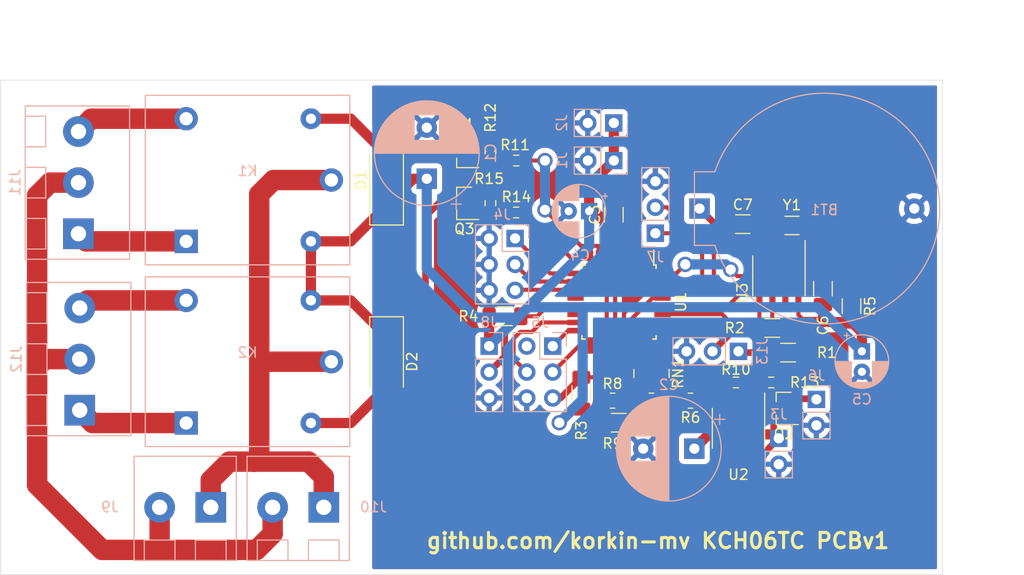
<source format=kicad_pcb>
(kicad_pcb (version 20171130) (host pcbnew 5.1.8)
  (layers (0 F.Cu signal) (31 B.Cu signal) (34 B.Paste user hide) (35 F.Paste user hide) (36 B.SilkS user) (37 F.SilkS user) (38 B.Mask user hide) (39 F.Mask user hide) (44 Edge.Cuts user))
  (net 0 "")
  (net 1 +BATT)
  (net 2 GND)
  (net 3 +5V)
  (net 4 +12V)
  (net 5 "Net-(D1-Pad2)")
  (net 6 "Net-(D2-Pad2)")
  (net 7 FORCE1)
  (net 8 FORCE0)
  (net 9 ENABLE)
  (net 10 RESET)
  (net 11 MOSI)
  (net 12 SCK)
  (net 13 MISO)
  (net 14 FUN)
  (net 15 MCU_RXD)
  (net 16 MCU_TXD)
  (net 17 ONE_WIRE)
  (net 18 220V_N)
  (net 19 220V_PHASE)
  (net 20 "Net-(J11-Pad3)")
  (net 21 "Net-(J11-Pad1)")
  (net 22 "Net-(J12-Pad3)")
  (net 23 "Net-(J12-Pad1)")
  (net 24 SDA)
  (net 25 SCL)
  (net 26 "Net-(Q1-Pad1)")
  (net 27 "Net-(Q2-Pad1)")
  (net 28 "Net-(Q3-Pad1)")
  (net 29 SQW)
  (net 30 "Net-(R6-Pad2)")
  (net 31 DAC)
  (net 32 "Net-(R7-Pad2)")
  (net 33 "Net-(R8-Pad2)")
  (net 34 "Net-(R10-Pad1)")
  (net 35 RELAY0)
  (net 36 RELAY1)
  (net 37 DAC0)
  (net 38 DAC3)
  (net 39 DAC1)
  (net 40 DAC2)
  (net 41 "Net-(J5-Pad2)")
  (net 42 "Net-(U1-Pad19)")
  (net 43 "Net-(U1-Pad14)")
  (net 44 "Net-(U1-Pad12)")
  (net 45 "Net-(U1-Pad2)")
  (net 46 "Net-(U1-Pad1)")
  (net 47 "Net-(U2-Pad7)")
  (net 48 "Net-(U2-Pad6)")
  (net 49 "Net-(U2-Pad5)")
  (net 50 /X-)
  (net 51 /X+)
  (module terrarium_control:batt_holder (layer B.Cu) (at 146.439 58.42)
    (fp_text reference BT1 (at -0.008 0.127) (layer B.SilkS) (effects (justify mirror)))
    (fp_text value CR2032)
    (pad 2 thru_hole circle (at 8.8 0) (size 2 2) (drill 1) (layers *.Cu *.Mask) (net 2 GND))
    (pad 1 thru_hole rect (at -12.2 0) (size 2 2) (drill 1) (layers *.Cu *.Mask) (net 1 +BATT))
  )
  (module terrarium_control:FC-135 (layer F.Cu) (at 143.276 60.071 180)
    (fp_text reference Y1 (at 0 2) (layer F.SilkS))
    (fp_text value 32768Hz)
    (pad 2 smd rect (at 1.25 0 180) (size 1 1.8) (layers F.Cu F.Paste F.Mask) (net 50 /X-))
    (pad 1 smd rect (at -1.25 0 180) (size 1 1.8) (layers F.Cu F.Paste F.Mask) (net 51 /X+))
  )
  (module Package_SO:SOIC-8_3.9x4.9mm_P1.27mm (layer F.Cu) (at 142 65 270)
    (fp_text reference U3 (at 1.675 3.57 90) (layer F.SilkS))
    (fp_text value DS1307Z+)
    (pad 8 smd roundrect (at 2.475 -1.905 270) (size 1.95 0.6) (layers F.Cu F.Paste F.Mask) (net 3 +5V))
    (pad 7 smd roundrect (at 2.475 -0.635 270) (size 1.95 0.6) (layers F.Cu F.Paste F.Mask) (net 29 SQW))
    (pad 6 smd roundrect (at 2.475 0.635 270) (size 1.95 0.6) (layers F.Cu F.Paste F.Mask) (net 25 SCL))
    (pad 5 smd roundrect (at 2.475 1.905 270) (size 1.95 0.6) (layers F.Cu F.Paste F.Mask) (net 24 SDA))
    (pad 4 smd roundrect (at -2.475 1.905 270) (size 1.95 0.6) (layers F.Cu F.Paste F.Mask) (net 2 GND))
    (pad 3 smd roundrect (at -2.475 0.635 270) (size 1.95 0.6) (layers F.Cu F.Paste F.Mask) (net 1 +BATT))
    (pad 2 smd roundrect (at -2.475 -0.635 270) (size 1.95 0.6) (layers F.Cu F.Paste F.Mask) (net 50 /X-))
    (pad 1 smd roundrect (at -2.475 -1.905 270) (size 1.95 0.6) (layers F.Cu F.Paste F.Mask) (net 51 /X+))
  )
  (module Package_SO:SO-8_3.9x4.9mm_P1.27mm (layer F.Cu) (at 138.049 79.918 270)
    (fp_text reference U2 (at 4.537 0 180) (layer F.SilkS))
    (fp_text value LM358)
    (pad 8 smd roundrect (at 2.575 -1.905 270) (size 1.75 0.6) (layers F.Cu F.Paste F.Mask) (net 4 +12V))
    (pad 7 smd roundrect (at 2.575 -0.635 270) (size 1.75 0.6) (layers F.Cu F.Paste F.Mask) (net 47 "Net-(U2-Pad7)"))
    (pad 6 smd roundrect (at 2.575 0.635 270) (size 1.75 0.6) (layers F.Cu F.Paste F.Mask) (net 48 "Net-(U2-Pad6)"))
    (pad 5 smd roundrect (at 2.575 1.905 270) (size 1.75 0.6) (layers F.Cu F.Paste F.Mask) (net 49 "Net-(U2-Pad5)"))
    (pad 4 smd roundrect (at -2.575 1.905 270) (size 1.75 0.6) (layers F.Cu F.Paste F.Mask) (net 2 GND))
    (pad 3 smd roundrect (at -2.575 0.635 270) (size 1.75 0.6) (layers F.Cu F.Paste F.Mask) (net 31 DAC))
    (pad 2 smd roundrect (at -2.575 -0.635 270) (size 1.75 0.6) (layers F.Cu F.Paste F.Mask) (net 34 "Net-(R10-Pad1)"))
    (pad 1 smd roundrect (at -2.575 -1.905 270) (size 1.75 0.6) (layers F.Cu F.Paste F.Mask) (net 27 "Net-(Q2-Pad1)"))
  )
  (module Package_QFP:TQFP-32_7x7mm_P0.8mm (layer F.Cu) (at 126.365 67.564 270)
    (fp_text reference U1 (at 0 -6.05 90) (layer F.SilkS))
    (fp_text value ATmega88PA-AU)
    (pad 32 smd rect (at -2.8 -4.25) (size 1.6 0.55) (layers F.Cu F.Paste F.Mask) (net 29 SQW))
    (pad 31 smd rect (at -2 -4.25) (size 1.6 0.55) (layers F.Cu F.Paste F.Mask) (net 16 MCU_TXD))
    (pad 30 smd rect (at -1.2 -4.25) (size 1.6 0.55) (layers F.Cu F.Paste F.Mask) (net 15 MCU_RXD))
    (pad 29 smd rect (at -0.4 -4.25) (size 1.6 0.55) (layers F.Cu F.Paste F.Mask) (net 10 RESET))
    (pad 28 smd rect (at 0.4 -4.25) (size 1.6 0.55) (layers F.Cu F.Paste F.Mask) (net 25 SCL))
    (pad 27 smd rect (at 1.2 -4.25) (size 1.6 0.55) (layers F.Cu F.Paste F.Mask) (net 24 SDA))
    (pad 26 smd rect (at 2 -4.25) (size 1.6 0.55) (layers F.Cu F.Paste F.Mask) (net 38 DAC3))
    (pad 25 smd rect (at 2.8 -4.25) (size 1.6 0.55) (layers F.Cu F.Paste F.Mask) (net 40 DAC2))
    (pad 24 smd rect (at 4.25 -2.8 270) (size 1.6 0.55) (layers F.Cu F.Paste F.Mask) (net 39 DAC1))
    (pad 23 smd rect (at 4.25 -2 270) (size 1.6 0.55) (layers F.Cu F.Paste F.Mask) (net 37 DAC0))
    (pad 22 smd rect (at 4.25 -1.2 270) (size 1.6 0.55) (layers F.Cu F.Paste F.Mask) (net 10 RESET))
    (pad 21 smd rect (at 4.25 -0.4 270) (size 1.6 0.55) (layers F.Cu F.Paste F.Mask) (net 2 GND))
    (pad 20 smd rect (at 4.25 0.4 270) (size 1.6 0.55) (layers F.Cu F.Paste F.Mask) (net 3 +5V))
    (pad 19 smd rect (at 4.25 1.2 270) (size 1.6 0.55) (layers F.Cu F.Paste F.Mask) (net 42 "Net-(U1-Pad19)"))
    (pad 18 smd rect (at 4.25 2 270) (size 1.6 0.55) (layers F.Cu F.Paste F.Mask) (net 3 +5V))
    (pad 17 smd rect (at 4.25 2.8 270) (size 1.6 0.55) (layers F.Cu F.Paste F.Mask) (net 12 SCK))
    (pad 16 smd rect (at 2.8 4.25) (size 1.6 0.55) (layers F.Cu F.Paste F.Mask) (net 13 MISO))
    (pad 15 smd rect (at 2 4.25) (size 1.6 0.55) (layers F.Cu F.Paste F.Mask) (net 11 MOSI))
    (pad 14 smd rect (at 1.2 4.25) (size 1.6 0.55) (layers F.Cu F.Paste F.Mask) (net 43 "Net-(U1-Pad14)"))
    (pad 13 smd rect (at 0.4 4.25) (size 1.6 0.55) (layers F.Cu F.Paste F.Mask) (net 17 ONE_WIRE))
    (pad 12 smd rect (at -0.4 4.25) (size 1.6 0.55) (layers F.Cu F.Paste F.Mask) (net 44 "Net-(U1-Pad12)"))
    (pad 11 smd rect (at -1.2 4.25) (size 1.6 0.55) (layers F.Cu F.Paste F.Mask) (net 7 FORCE1))
    (pad 10 smd rect (at -2 4.25) (size 1.6 0.55) (layers F.Cu F.Paste F.Mask) (net 8 FORCE0))
    (pad 9 smd rect (at -2.8 4.25) (size 1.6 0.55) (layers F.Cu F.Paste F.Mask) (net 9 ENABLE))
    (pad 8 smd rect (at -4.25 2.8 270) (size 1.6 0.55) (layers F.Cu F.Paste F.Mask) (net 36 RELAY1))
    (pad 7 smd rect (at -4.25 2 270) (size 1.6 0.55) (layers F.Cu F.Paste F.Mask) (net 35 RELAY0))
    (pad 6 smd rect (at -4.25 1.2 270) (size 1.6 0.55) (layers F.Cu F.Paste F.Mask) (net 3 +5V))
    (pad 5 smd rect (at -4.25 0.4 270) (size 1.6 0.55) (layers F.Cu F.Paste F.Mask) (net 2 GND))
    (pad 4 smd rect (at -4.25 -0.4 270) (size 1.6 0.55) (layers F.Cu F.Paste F.Mask) (net 3 +5V))
    (pad 3 smd rect (at -4.25 -1.2 270) (size 1.6 0.55) (layers F.Cu F.Paste F.Mask) (net 2 GND))
    (pad 2 smd rect (at -4.25 -2 270) (size 1.6 0.55) (layers F.Cu F.Paste F.Mask) (net 45 "Net-(U1-Pad2)"))
    (pad 1 smd rect (at -4.25 -2.8 270) (size 1.6 0.55) (layers F.Cu F.Paste F.Mask) (net 46 "Net-(U1-Pad1)"))
  )
  (module Resistor_SMD:R_Array_Concave_4x0603 (layer F.Cu) (at 129.54 74.549 270)
    (fp_text reference RN1 (at 0 -2.6 90) (layer F.SilkS))
    (fp_text value 4.7k)
    (pad 5 smd rect (at 0.85 1.2 270) (size 0.9 0.4) (layers F.Cu F.Paste F.Mask) (net 33 "Net-(R8-Pad2)"))
    (pad 6 smd rect (at 0.85 0.4 270) (size 0.9 0.4) (layers F.Cu F.Paste F.Mask) (net 32 "Net-(R7-Pad2)"))
    (pad 7 smd rect (at 0.85 -0.4 270) (size 0.9 0.4) (layers F.Cu F.Paste F.Mask) (net 30 "Net-(R6-Pad2)"))
    (pad 8 smd rect (at 0.85 -1.2 270) (size 0.9 0.4) (layers F.Cu F.Paste F.Mask) (net 31 DAC))
    (pad 4 smd rect (at -0.85 1.2 270) (size 0.9 0.4) (layers F.Cu F.Paste F.Mask) (net 37 DAC0))
    (pad 1 smd rect (at -0.85 -1.2 270) (size 0.9 0.4) (layers F.Cu F.Paste F.Mask) (net 38 DAC3))
    (pad 3 smd rect (at -0.85 0.4 270) (size 0.9 0.4) (layers F.Cu F.Paste F.Mask) (net 39 DAC1))
    (pad 2 smd rect (at -0.85 -0.4 270) (size 0.9 0.4) (layers F.Cu F.Paste F.Mask) (net 40 DAC2))
  )
  (module Resistor_SMD:R_0603_1608Metric_Pad0.98x0.95mm_HandSolder (layer F.Cu) (at 113.792 57.8885 270)
    (fp_text reference R15 (at -2.3895 0.127 180) (layer F.SilkS))
    (fp_text value 9.1k)
    (pad 2 smd roundrect (at 0.9125 0 270) (size 0.975 0.95) (layers F.Cu F.Paste F.Mask) (net 28 "Net-(Q3-Pad1)"))
    (pad 1 smd roundrect (at -0.9125 0 270) (size 0.975 0.95) (layers F.Cu F.Paste F.Mask) (net 2 GND))
  )
  (module Resistor_SMD:R_0603_1608Metric_Pad0.98x0.95mm_HandSolder (layer F.Cu) (at 116.3085 58.801 180)
    (fp_text reference R14 (at -0.0235 1.524) (layer F.SilkS))
    (fp_text value 910)
    (pad 2 smd roundrect (at 0.9125 0 180) (size 0.975 0.95) (layers F.Cu F.Paste F.Mask) (net 28 "Net-(Q3-Pad1)"))
    (pad 1 smd roundrect (at -0.9125 0 180) (size 0.975 0.95) (layers F.Cu F.Paste F.Mask) (net 36 RELAY1))
  )
  (module Resistor_SMD:R_0603_1608Metric_Pad0.98x0.95mm_HandSolder (layer F.Cu) (at 141.2475 75.438)
    (fp_text reference R13 (at 3.2785 0) (layer F.SilkS))
    (fp_text value 51k)
    (pad 2 smd roundrect (at 0.9125 0) (size 0.975 0.95) (layers F.Cu F.Paste F.Mask) (net 14 FUN))
    (pad 1 smd roundrect (at -0.9125 0) (size 0.975 0.95) (layers F.Cu F.Paste F.Mask) (net 34 "Net-(R10-Pad1)"))
  )
  (module Resistor_SMD:R_0603_1608Metric_Pad0.98x0.95mm_HandSolder (layer F.Cu) (at 113.792 52.8085 270)
    (fp_text reference R12 (at -3.2785 0 90) (layer F.SilkS))
    (fp_text value 9.1k)
    (pad 2 smd roundrect (at 0.9125 0 270) (size 0.975 0.95) (layers F.Cu F.Paste F.Mask) (net 26 "Net-(Q1-Pad1)"))
    (pad 1 smd roundrect (at -0.9125 0 270) (size 0.975 0.95) (layers F.Cu F.Paste F.Mask) (net 2 GND))
  )
  (module Resistor_SMD:R_0603_1608Metric_Pad0.98x0.95mm_HandSolder (layer F.Cu) (at 116.3085 53.721 180)
    (fp_text reference R11 (at 0.1035 1.524) (layer F.SilkS))
    (fp_text value 910)
    (pad 2 smd roundrect (at 0.9125 0 180) (size 0.975 0.95) (layers F.Cu F.Paste F.Mask) (net 26 "Net-(Q1-Pad1)"))
    (pad 1 smd roundrect (at -0.9125 0 180) (size 0.975 0.95) (layers F.Cu F.Paste F.Mask) (net 35 RELAY0))
  )
  (module Resistor_SMD:R_0603_1608Metric_Pad0.98x0.95mm_HandSolder (layer F.Cu) (at 137.795 75.438 180)
    (fp_text reference R10 (at 0 1.27) (layer F.SilkS))
    (fp_text value 33k)
    (pad 2 smd roundrect (at 0.9125 0 180) (size 0.975 0.95) (layers F.Cu F.Paste F.Mask) (net 2 GND))
    (pad 1 smd roundrect (at -0.9125 0 180) (size 0.975 0.95) (layers F.Cu F.Paste F.Mask) (net 34 "Net-(R10-Pad1)"))
  )
  (module Resistor_SMD:R_1206_3216Metric_Pad1.30x1.75mm_HandSolder (layer F.Cu) (at 126.339 79.375)
    (fp_text reference R9 (at -0.609 2.032) (layer F.SilkS))
    (fp_text value 4.7k)
    (pad 2 smd roundrect (at 1.55 0) (size 1.3 1.75) (layers F.Cu F.Paste F.Mask) (roundrect_rratio 0.192308) (net 2 GND))
    (pad 1 smd roundrect (at -1.55 0) (size 1.3 1.75) (layers F.Cu F.Paste F.Mask) (roundrect_rratio 0.192308) (net 33 "Net-(R8-Pad2)"))
  )
  (module Resistor_SMD:R_0805_2012Metric_Pad1.20x1.40mm_HandSolder (layer F.Cu) (at 125.73 77.216 180)
    (fp_text reference R8 (at 0 1.651) (layer F.SilkS))
    (fp_text value 2.2k)
    (pad 2 smd roundrect (at 1 0 180) (size 1.2 1.4) (layers F.Cu F.Paste F.Mask) (roundrect_rratio 0.208333) (net 33 "Net-(R8-Pad2)"))
    (pad 1 smd roundrect (at -1 0 180) (size 1.2 1.4) (layers F.Cu F.Paste F.Mask) (roundrect_rratio 0.208333) (net 32 "Net-(R7-Pad2)"))
  )
  (module Resistor_SMD:R_0805_2012Metric_Pad1.20x1.40mm_HandSolder (layer F.Cu) (at 129.54 77.216 180)
    (fp_text reference R7 (at -0.635 -1.905) (layer F.SilkS))
    (fp_text value 2.2k)
    (pad 2 smd roundrect (at 1 0 180) (size 1.2 1.4) (layers F.Cu F.Paste F.Mask) (roundrect_rratio 0.208333) (net 32 "Net-(R7-Pad2)"))
    (pad 1 smd roundrect (at -1 0 180) (size 1.2 1.4) (layers F.Cu F.Paste F.Mask) (roundrect_rratio 0.208333) (net 30 "Net-(R6-Pad2)"))
  )
  (module Resistor_SMD:R_0805_2012Metric_Pad1.20x1.40mm_HandSolder (layer F.Cu) (at 133.35 77.216 180)
    (fp_text reference R6 (at 0 -1.65) (layer F.SilkS))
    (fp_text value 2.2k)
    (pad 2 smd roundrect (at 1 0 180) (size 1.2 1.4) (layers F.Cu F.Paste F.Mask) (roundrect_rratio 0.208333) (net 30 "Net-(R6-Pad2)"))
    (pad 1 smd roundrect (at -1 0 180) (size 1.2 1.4) (layers F.Cu F.Paste F.Mask) (roundrect_rratio 0.208333) (net 31 DAC))
  )
  (module Resistor_SMD:R_1206_3216Metric_Pad1.30x1.75mm_HandSolder (layer F.Cu) (at 149.098 67.971 270)
    (fp_text reference R5 (at 0 -1.82 90) (layer F.SilkS))
    (fp_text value 4.7k)
    (pad 2 smd roundrect (at 1.55 0 270) (size 1.3 1.75) (layers F.Cu F.Paste F.Mask) (roundrect_rratio 0.192308) (net 3 +5V))
    (pad 1 smd roundrect (at -1.55 0 270) (size 1.3 1.75) (layers F.Cu F.Paste F.Mask) (roundrect_rratio 0.192308) (net 29 SQW))
  )
  (module Resistor_SMD:R_1206_3216Metric_Pad1.30x1.75mm_HandSolder (layer F.Cu) (at 115.215 68.961 180)
    (fp_text reference R4 (at 3.582 0) (layer F.SilkS))
    (fp_text value 4.7k)
    (pad 2 smd roundrect (at 1.55 0 180) (size 1.3 1.75) (layers F.Cu F.Paste F.Mask) (roundrect_rratio 0.192308) (net 3 +5V))
    (pad 1 smd roundrect (at -1.55 0 180) (size 1.3 1.75) (layers F.Cu F.Paste F.Mask) (roundrect_rratio 0.192308) (net 17 ONE_WIRE))
  )
  (module Resistor_SMD:R_1206_3216Metric_Pad1.30x1.75mm_HandSolder (layer F.Cu) (at 122.682 76.48 270)
    (fp_text reference R3 (at 3.657 0 90) (layer F.SilkS))
    (fp_text value 4.7k)
    (pad 2 smd roundrect (at 1.55 0 270) (size 1.3 1.75) (layers F.Cu F.Paste F.Mask) (roundrect_rratio 0.192308) (net 3 +5V))
    (pad 1 smd roundrect (at -1.55 0 270) (size 1.3 1.75) (layers F.Cu F.Paste F.Mask) (roundrect_rratio 0.192308) (net 10 RESET))
  )
  (module Resistor_SMD:R_1206_3216Metric_Pad1.30x1.75mm_HandSolder (layer F.Cu) (at 141.351 70.104)
    (fp_text reference R2 (at -3.683 0) (layer F.SilkS))
    (fp_text value 4.7k)
    (pad 2 smd roundrect (at 1.55 0) (size 1.3 1.75) (layers F.Cu F.Paste F.Mask) (roundrect_rratio 0.192308) (net 3 +5V))
    (pad 1 smd roundrect (at -1.55 0) (size 1.3 1.75) (layers F.Cu F.Paste F.Mask) (roundrect_rratio 0.192308) (net 24 SDA))
  )
  (module Resistor_SMD:R_1206_3216Metric_Pad1.30x1.75mm_HandSolder (layer F.Cu) (at 142.901 72.517)
    (fp_text reference R1 (at 3.784 0) (layer F.SilkS))
    (fp_text value 4.7k)
    (pad 2 smd roundrect (at 1.55 0) (size 1.3 1.75) (layers F.Cu F.Paste F.Mask) (roundrect_rratio 0.192308) (net 3 +5V))
    (pad 1 smd roundrect (at -1.55 0) (size 1.3 1.75) (layers F.Cu F.Paste F.Mask) (roundrect_rratio 0.192308) (net 25 SCL))
  )
  (module Package_TO_SOT_SMD:SOT-23 (layer F.Cu) (at 111.252 57.912 180)
    (fp_text reference Q3 (at 0 -2.5) (layer F.SilkS))
    (fp_text value 2N7002)
    (pad 3 smd rect (at 1 0 180) (size 0.9 0.8) (layers F.Cu F.Paste F.Mask) (net 6 "Net-(D2-Pad2)"))
    (pad 2 smd rect (at -1 0.95 180) (size 0.9 0.8) (layers F.Cu F.Paste F.Mask) (net 2 GND))
    (pad 1 smd rect (at -1 -0.95 180) (size 0.9 0.8) (layers F.Cu F.Paste F.Mask) (net 28 "Net-(Q3-Pad1)"))
  )
  (module Package_TO_SOT_SMD:SOT-23 (layer F.Cu) (at 142.494 77.978 180)
    (fp_text reference Q2 (at 0 -2.5) (layer F.SilkS))
    (fp_text value BC817)
    (pad 3 smd rect (at 1 0 180) (size 0.9 0.8) (layers F.Cu F.Paste F.Mask) (net 4 +12V))
    (pad 2 smd rect (at -1 0.95 180) (size 0.9 0.8) (layers F.Cu F.Paste F.Mask) (net 14 FUN))
    (pad 1 smd rect (at -1 -0.95 180) (size 0.9 0.8) (layers F.Cu F.Paste F.Mask) (net 27 "Net-(Q2-Pad1)"))
  )
  (module Package_TO_SOT_SMD:SOT-23 (layer F.Cu) (at 111.252 52.832 180)
    (fp_text reference Q1 (at 0 2.667) (layer F.SilkS))
    (fp_text value 2N7002)
    (pad 3 smd rect (at 1 0 180) (size 0.9 0.8) (layers F.Cu F.Paste F.Mask) (net 5 "Net-(D1-Pad2)"))
    (pad 2 smd rect (at -1 0.95 180) (size 0.9 0.8) (layers F.Cu F.Paste F.Mask) (net 2 GND))
    (pad 1 smd rect (at -1 -0.95 180) (size 0.9 0.8) (layers F.Cu F.Paste F.Mask) (net 26 "Net-(Q1-Pad1)"))
  )
  (module terrarium_control:NRP-10-C (layer B.Cu) (at 90.043 73.406)
    (fp_text reference K2 (at 0 -0.9) (layer B.SilkS) (effects (justify mirror)))
    (fp_text value NRP-10-C-05D)
    (pad 1 thru_hole rect (at -6 6) (size 2.286 2.286) (drill 1.3) (layers *.Cu *.Mask) (net 23 "Net-(J12-Pad1)"))
    (pad 2 thru_hole circle (at -6 -6) (size 2.286 2.286) (drill 1.3) (layers *.Cu *.Mask) (net 22 "Net-(J12-Pad3)"))
    (pad 5 thru_hole circle (at 6.2 6) (size 2.032 2.032) (drill 1) (layers *.Cu *.Mask) (net 6 "Net-(D2-Pad2)"))
    (pad 3 thru_hole circle (at 6.2 -6) (size 2.032 2.032) (drill 1) (layers *.Cu *.Mask) (net 3 +5V))
    (pad 4 thru_hole circle (at 8.2 0) (size 2.286 2.286) (drill 1.3) (layers *.Cu *.Mask) (net 19 220V_PHASE))
  )
  (module terrarium_control:NRP-10-C (layer B.Cu) (at 90.043 55.626)
    (fp_text reference K1 (at 0 -0.9) (layer B.SilkS) (effects (justify mirror)))
    (fp_text value NRP-10-C-05D)
    (pad 1 thru_hole rect (at -6 6) (size 2.286 2.286) (drill 1.3) (layers *.Cu *.Mask) (net 21 "Net-(J11-Pad1)"))
    (pad 2 thru_hole circle (at -6 -6) (size 2.286 2.286) (drill 1.3) (layers *.Cu *.Mask) (net 20 "Net-(J11-Pad3)"))
    (pad 5 thru_hole circle (at 6.2 6) (size 2.032 2.032) (drill 1) (layers *.Cu *.Mask) (net 3 +5V))
    (pad 3 thru_hole circle (at 6.2 -6) (size 2.032 2.032) (drill 1) (layers *.Cu *.Mask) (net 5 "Net-(D1-Pad2)"))
    (pad 4 thru_hole circle (at 8.2 0) (size 2.286 2.286) (drill 1.3) (layers *.Cu *.Mask) (net 19 220V_PHASE))
  )
  (module Connector_PinHeader_2.54mm:PinHeader_1x03_P2.54mm_Vertical (layer B.Cu) (at 138.049 72.39 90)
    (fp_text reference J13 (at 0 2.33 90) (layer B.SilkS) (effects (justify mirror)))
    (fp_text value I2C)
    (pad 3 thru_hole oval (at 0 -5.08 90) (size 1.7 1.7) (drill 1) (layers *.Cu *.Mask) (net 2 GND))
    (pad 2 thru_hole oval (at 0 -2.54 90) (size 1.7 1.7) (drill 1) (layers *.Cu *.Mask) (net 24 SDA))
    (pad 1 thru_hole rect (at 0 0 90) (size 1.7 1.7) (drill 1) (layers *.Cu *.Mask) (net 25 SCL))
  )
  (module terrarium_control:DG128-5.0-03P (layer B.Cu) (at 73.533 73.152 90)
    (fp_text reference J12 (at 0 -6.1 90) (layer B.SilkS) (effects (justify mirror)))
    (fp_text value LAMP1)
    (pad 3 thru_hole circle (at 5 0.1 90) (size 3 3) (drill 1.5) (layers *.Cu *.Mask) (net 22 "Net-(J12-Pad3)"))
    (pad 2 thru_hole circle (at 0 0.1 90) (size 3 3) (drill 1.5) (layers *.Cu *.Mask) (net 18 220V_N))
    (pad 1 thru_hole rect (at -5 0.1 90) (size 3 3) (drill 1.5) (layers *.Cu *.Mask) (net 23 "Net-(J12-Pad1)"))
  )
  (module terrarium_control:DG128-5.0-03P (layer B.Cu) (at 73.406 55.88 90)
    (fp_text reference J11 (at 0 -6.1 90) (layer B.SilkS) (effects (justify mirror)))
    (fp_text value LAMP0)
    (pad 3 thru_hole circle (at 5 0.1 90) (size 3 3) (drill 1.5) (layers *.Cu *.Mask) (net 20 "Net-(J11-Pad3)"))
    (pad 2 thru_hole circle (at 0 0.1 90) (size 3 3) (drill 1.5) (layers *.Cu *.Mask) (net 18 220V_N))
    (pad 1 thru_hole rect (at -5 0.1 90) (size 3 3) (drill 1.5) (layers *.Cu *.Mask) (net 21 "Net-(J11-Pad1)"))
  )
  (module terrarium_control:DG128-5.0-02P (layer B.Cu) (at 94.996 87.757 180)
    (fp_text reference J10 (at -7.366 0.127) (layer B.SilkS) (effects (justify mirror)))
    (fp_text value 220V_OUT)
    (pad 2 thru_hole circle (at 2.5 0.1 180) (size 3 3) (drill 1.5) (layers *.Cu *.Mask) (net 18 220V_N))
    (pad 1 thru_hole rect (at -2.5 0.1 180) (size 3 3) (drill 1.5) (layers *.Cu *.Mask) (net 19 220V_PHASE))
  )
  (module terrarium_control:DG128-5.0-02P (layer B.Cu) (at 83.947 87.757 180)
    (fp_text reference J9 (at 7.366 0.127) (layer B.SilkS) (effects (justify mirror)))
    (fp_text value 220V_IN)
    (pad 2 thru_hole circle (at 2.5 0.1 180) (size 3 3) (drill 1.5) (layers *.Cu *.Mask) (net 18 220V_N))
    (pad 1 thru_hole rect (at -2.5 0.1 180) (size 3 3) (drill 1.5) (layers *.Cu *.Mask) (net 19 220V_PHASE))
  )
  (module Connector_PinHeader_2.54mm:PinHeader_1x03_P2.54mm_Vertical (layer B.Cu) (at 113.665 71.882 180)
    (fp_text reference J8 (at 0 2.33) (layer B.SilkS) (effects (justify mirror)))
    (fp_text value ONE_WIRE)
    (pad 3 thru_hole oval (at 0 -5.08 180) (size 1.7 1.7) (drill 1) (layers *.Cu *.Mask) (net 2 GND))
    (pad 2 thru_hole oval (at 0 -2.54 180) (size 1.7 1.7) (drill 1) (layers *.Cu *.Mask) (net 17 ONE_WIRE))
    (pad 1 thru_hole rect (at 0 0 180) (size 1.7 1.7) (drill 1) (layers *.Cu *.Mask) (net 3 +5V))
  )
  (module Connector_PinHeader_2.54mm:PinHeader_1x03_P2.54mm_Vertical (layer B.Cu) (at 129.921 60.833)
    (fp_text reference J7 (at 0 2.33) (layer B.SilkS) (effects (justify mirror)))
    (fp_text value UART)
    (pad 3 thru_hole oval (at 0 -5.08) (size 1.7 1.7) (drill 1) (layers *.Cu *.Mask) (net 2 GND))
    (pad 2 thru_hole oval (at 0 -2.54) (size 1.7 1.7) (drill 1) (layers *.Cu *.Mask) (net 15 MCU_RXD))
    (pad 1 thru_hole rect (at 0 0) (size 1.7 1.7) (drill 1) (layers *.Cu *.Mask) (net 16 MCU_TXD))
  )
  (module Connector_PinHeader_2.54mm:PinHeader_1x02_P2.54mm_Vertical (layer B.Cu) (at 145.669 77.089 180)
    (fp_text reference J6 (at 0 2.33) (layer B.SilkS) (effects (justify mirror)))
    (fp_text value FUN)
    (pad 2 thru_hole oval (at 0 -2.54 180) (size 1.7 1.7) (drill 1) (layers *.Cu *.Mask) (net 2 GND))
    (pad 1 thru_hole rect (at 0 0 180) (size 1.7 1.7) (drill 1) (layers *.Cu *.Mask) (net 14 FUN))
  )
  (module Connector_PinHeader_2.54mm:PinHeader_2x03_P2.54mm_Vertical (layer B.Cu) (at 119.888 71.882 180)
    (fp_text reference J5 (at 1.27 2.33) (layer B.SilkS) (effects (justify mirror)))
    (fp_text value ICSP)
    (pad 6 thru_hole oval (at 2.54 -5.08 180) (size 1.7 1.7) (drill 1) (layers *.Cu *.Mask) (net 2 GND))
    (pad 5 thru_hole oval (at 0 -5.08 180) (size 1.7 1.7) (drill 1) (layers *.Cu *.Mask) (net 10 RESET))
    (pad 4 thru_hole oval (at 2.54 -2.54 180) (size 1.7 1.7) (drill 1) (layers *.Cu *.Mask) (net 11 MOSI))
    (pad 3 thru_hole oval (at 0 -2.54 180) (size 1.7 1.7) (drill 1) (layers *.Cu *.Mask) (net 12 SCK))
    (pad 2 thru_hole oval (at 2.54 0 180) (size 1.7 1.7) (drill 1) (layers *.Cu *.Mask) (net 41 "Net-(J5-Pad2)"))
    (pad 1 thru_hole rect (at 0 0 180) (size 1.7 1.7) (drill 1) (layers *.Cu *.Mask) (net 13 MISO))
  )
  (module Connector_PinHeader_2.54mm:PinHeader_2x03_P2.54mm_Vertical (layer B.Cu) (at 116.205 61.341 180)
    (fp_text reference J4 (at 1.27 2.33) (layer B.SilkS) (effects (justify mirror)))
    (fp_text value SWITCHERS)
    (pad 6 thru_hole oval (at 2.54 -5.08 180) (size 1.7 1.7) (drill 1) (layers *.Cu *.Mask) (net 2 GND))
    (pad 5 thru_hole oval (at 0 -5.08 180) (size 1.7 1.7) (drill 1) (layers *.Cu *.Mask) (net 7 FORCE1))
    (pad 4 thru_hole oval (at 2.54 -2.54 180) (size 1.7 1.7) (drill 1) (layers *.Cu *.Mask) (net 2 GND))
    (pad 3 thru_hole oval (at 0 -2.54 180) (size 1.7 1.7) (drill 1) (layers *.Cu *.Mask) (net 8 FORCE0))
    (pad 2 thru_hole oval (at 2.54 0 180) (size 1.7 1.7) (drill 1) (layers *.Cu *.Mask) (net 2 GND))
    (pad 1 thru_hole rect (at 0 0 180) (size 1.7 1.7) (drill 1) (layers *.Cu *.Mask) (net 9 ENABLE))
  )
  (module Connector_PinHeader_2.54mm:PinHeader_1x02_P2.54mm_Vertical (layer B.Cu) (at 141.986 80.899 180)
    (fp_text reference J3 (at 0 2.33) (layer B.SilkS) (effects (justify mirror)))
    (fp_text value 12V_IN)
    (pad 2 thru_hole oval (at 0 -2.54 180) (size 1.7 1.7) (drill 1) (layers *.Cu *.Mask) (net 2 GND))
    (pad 1 thru_hole rect (at 0 0 180) (size 1.7 1.7) (drill 1) (layers *.Cu *.Mask) (net 4 +12V))
  )
  (module Connector_PinHeader_2.54mm:PinHeader_1x02_P2.54mm_Vertical (layer B.Cu) (at 125.857 50.038 90)
    (fp_text reference J2 (at 0 -5.08 90) (layer B.SilkS) (effects (justify mirror)))
    (fp_text value 5V_OUT)
    (pad 2 thru_hole oval (at 0 -2.54 90) (size 1.7 1.7) (drill 1) (layers *.Cu *.Mask) (net 2 GND))
    (pad 1 thru_hole rect (at 0 0 90) (size 1.7 1.7) (drill 1) (layers *.Cu *.Mask) (net 3 +5V))
  )
  (module Connector_PinHeader_2.54mm:PinHeader_1x02_P2.54mm_Vertical (layer B.Cu) (at 125.857 53.721 90)
    (fp_text reference J1 (at 0 -5.08 90) (layer B.SilkS) (effects (justify mirror)))
    (fp_text value 5V_IN)
    (pad 2 thru_hole oval (at 0 -2.54 90) (size 1.7 1.7) (drill 1) (layers *.Cu *.Mask) (net 2 GND))
    (pad 1 thru_hole rect (at 0 0 90) (size 1.7 1.7) (drill 1) (layers *.Cu *.Mask) (net 3 +5V))
  )
  (module Diode_SMD:D_SMA_Handsoldering (layer F.Cu) (at 103.632 73.406 270)
    (fp_text reference D2 (at 0 -2.5 90) (layer F.SilkS))
    (fp_text value M5)
    (pad 2 smd rect (at 2.5 0 270) (size 3.5 1.8) (layers F.Cu F.Paste F.Mask) (net 6 "Net-(D2-Pad2)"))
    (pad 1 smd rect (at -2.5 0 270) (size 3.5 1.8) (layers F.Cu F.Paste F.Mask) (net 3 +5V))
  )
  (module Diode_SMD:D_SMA_Handsoldering (layer F.Cu) (at 103.632 55.626 90)
    (fp_text reference D1 (at 0 -2.5 90) (layer F.SilkS))
    (fp_text value M5)
    (pad 2 smd rect (at 2.5 0 90) (size 3.5 1.8) (layers F.Cu F.Paste F.Mask) (net 5 "Net-(D1-Pad2)"))
    (pad 1 smd rect (at -2.5 0 90) (size 3.5 1.8) (layers F.Cu F.Paste F.Mask) (net 3 +5V))
  )
  (module Capacitor_SMD:C_1206_3216Metric_Pad1.33x1.80mm_HandSolder (layer F.Cu) (at 138.4685 59.944 180)
    (fp_text reference C7 (at 0 1.905) (layer F.SilkS))
    (fp_text value 10nF)
    (pad 2 smd roundrect (at 1.5625 0 180) (size 1.325 1.8) (layers F.Cu F.Paste F.Mask) (roundrect_rratio 0.188679) (net 1 +BATT))
    (pad 1 smd roundrect (at -1.5625 0 180) (size 1.325 1.8) (layers F.Cu F.Paste F.Mask) (roundrect_rratio 0.188679) (net 2 GND))
  )
  (module Capacitor_SMD:C_1206_3216Metric_Pad1.33x1.80mm_HandSolder (layer F.Cu) (at 146.304 66.2555 90)
    (fp_text reference C6 (at -3.5945 0 90) (layer F.SilkS))
    (fp_text value 100nF)
    (pad 2 smd roundrect (at 1.5625 0 90) (size 1.325 1.8) (layers F.Cu F.Paste F.Mask) (roundrect_rratio 0.188679) (net 2 GND))
    (pad 1 smd roundrect (at -1.5625 0 90) (size 1.325 1.8) (layers F.Cu F.Paste F.Mask) (roundrect_rratio 0.188679) (net 3 +5V))
  )
  (module Capacitor_THT:CP_Radial_D5.0mm_P2.00mm (layer B.Cu) (at 150.114 72.39 270)
    (fp_text reference C5 (at 4.699 0 180) (layer B.SilkS) (effects (justify mirror)))
    (fp_text value 47uF)
    (pad 2 thru_hole circle (at 2 0 270) (size 1.6 1.6) (drill 0.8) (layers *.Cu *.Mask) (net 2 GND))
    (pad 1 thru_hole rect (at 0 0 270) (size 1.6 1.6) (drill 0.8) (layers *.Cu *.Mask) (net 3 +5V))
  )
  (module Capacitor_THT:CP_Radial_D5.0mm_P2.00mm (layer B.Cu) (at 123.444 58.674 180)
    (fp_text reference C4 (at 0.889 -4.318) (layer B.SilkS) (effects (justify mirror)))
    (fp_text value 47uF)
    (pad 2 thru_hole circle (at 2 0 180) (size 1.6 1.6) (drill 0.8) (layers *.Cu *.Mask) (net 2 GND))
    (pad 1 thru_hole rect (at 0 0 180) (size 1.6 1.6) (drill 0.8) (layers *.Cu *.Mask) (net 3 +5V))
  )
  (module Capacitor_SMD:C_1206_3216Metric_Pad1.33x1.80mm_HandSolder (layer F.Cu) (at 125.857 59.0165 90)
    (fp_text reference C3 (at 0 -1.85 90) (layer F.SilkS))
    (fp_text value 100nF)
    (pad 2 smd roundrect (at 1.5625 0 90) (size 1.325 1.8) (layers F.Cu F.Paste F.Mask) (roundrect_rratio 0.188679) (net 2 GND))
    (pad 1 smd roundrect (at -1.5625 0 90) (size 1.325 1.8) (layers F.Cu F.Paste F.Mask) (roundrect_rratio 0.188679) (net 3 +5V))
  )
  (module Capacitor_THT:CP_Radial_D10.0mm_P5.00mm (layer B.Cu) (at 133.731 81.915 180)
    (fp_text reference C2 (at 2.5 6.25) (layer B.SilkS) (effects (justify mirror)))
    (fp_text value 1mF)
    (pad 2 thru_hole circle (at 5 0 180) (size 2 2) (drill 1) (layers *.Cu *.Mask) (net 2 GND))
    (pad 1 thru_hole rect (at 0 0 180) (size 2 2) (drill 1) (layers *.Cu *.Mask) (net 4 +12V))
  )
  (module Capacitor_THT:CP_Radial_D10.0mm_P5.00mm (layer B.Cu) (at 107.569 55.499 90)
    (fp_text reference C1 (at 2.5 6.25 90) (layer B.SilkS) (effects (justify mirror)))
    (fp_text value 1mF)
    (pad 2 thru_hole circle (at 5 0 90) (size 2 2) (drill 1) (layers *.Cu *.Mask) (net 2 GND))
    (pad 1 thru_hole rect (at 0 0 90) (size 2 2) (drill 1) (layers *.Cu *.Mask) (net 3 +5V))
  )
  (gr_text "github.com/korkin-mv KCH06TC PCBv1" (at 130.175 90.932) (layer F.Cu) (effects (font (size 1.5 1.5) (thickness 0.3))))
  (gr_text "github.com/korkin-mv KCH06TC PCBv1" (at 130.175 90.932) (layer F.SilkS) (effects (font (size 1.5 1.5) (thickness 0.3))))
  (gr_line (start 65.913 94.234) (end 65.913 45.847) (layer Edge.Cuts) (width 0.05))
  (gr_line (start 157.988 94.234) (end 65.913 94.234) (layer Edge.Cuts) (width 0.05))
  (gr_line (start 157.988 45.847) (end 157.988 94.234) (layer Edge.Cuts) (width 0.05))
  (gr_line (start 65.913 45.847) (end 157.988 45.847) (layer Edge.Cuts) (width 0.05))
  (gr_circle (center 139.954 78.867) (end 140.054 78.867) (layer F.Cu) (width 0.5))
  (gr_circle (center 145.161 62.484) (end 145.261 62.484) (layer F.Cu) (width 0.5))
  (gr_circle (center 130.683 63.246) (end 130.783 63.246) (layer F.Cu) (width 0.7))
  (segment (start 135.763 59.944) (end 134.239 58.42) (width 0.65) (layer F.Cu) (net 1))
  (segment (start 136.906 59.944) (end 135.763 59.944) (width 0.65) (layer F.Cu) (net 1))
  (segment (start 140.73 64.135) (end 141.365 63.5) (width 0.4) (layer F.Cu) (net 1))
  (segment (start 139.319 64.135) (end 140.73 64.135) (width 0.4) (layer F.Cu) (net 1))
  (segment (start 141.365 63.5) (end 141.365 62.525) (width 0.4) (layer F.Cu) (net 1))
  (segment (start 136.906 59.944) (end 136.906 61.722) (width 0.4) (layer F.Cu) (net 1))
  (segment (start 136.906 61.722) (end 139.319 64.135) (width 0.4) (layer F.Cu) (net 1))
  (segment (start 127.524999 62.073999) (end 127.565 62.114) (width 0.4) (layer F.Cu) (net 2))
  (segment (start 126.137999 62.073999) (end 127.524999 62.073999) (width 0.4) (layer F.Cu) (net 2))
  (segment (start 127.565 62.114) (end 127.565 63.314) (width 0.4) (layer F.Cu) (net 2))
  (segment (start 125.965 62.246998) (end 126.137999 62.073999) (width 0.4) (layer F.Cu) (net 2))
  (segment (start 125.965 63.314) (end 125.965 62.246998) (width 0.4) (layer F.Cu) (net 2))
  (segment (start 127.565 64.967) (end 127.565 63.314) (width 0.4) (layer F.Cu) (net 2))
  (segment (start 126.849999 65.682001) (end 127.565 64.967) (width 0.4) (layer F.Cu) (net 2))
  (segment (start 126.849999 71.778001) (end 126.849999 65.682001) (width 0.4) (layer F.Cu) (net 2))
  (segment (start 126.814 71.814) (end 126.849999 71.778001) (width 0.4) (layer F.Cu) (net 2))
  (segment (start 126.765 71.814) (end 126.814 71.814) (width 0.4) (layer F.Cu) (net 2))
  (segment (start 136.144 76.1765) (end 136.8825 75.438) (width 0.4) (layer F.Cu) (net 2))
  (segment (start 136.144 77.343) (end 136.144 76.1765) (width 0.4) (layer F.Cu) (net 2))
  (segment (start 100.132 67.406) (end 103.632 70.906) (width 1) (layer F.Cu) (net 3))
  (segment (start 96.243 67.406) (end 100.132 67.406) (width 1) (layer F.Cu) (net 3))
  (segment (start 100.132 61.626) (end 103.632 58.126) (width 1) (layer F.Cu) (net 3))
  (segment (start 96.243 61.626) (end 100.132 61.626) (width 1) (layer F.Cu) (net 3))
  (segment (start 106.259 55.499) (end 103.632 58.126) (width 1) (layer F.Cu) (net 3))
  (segment (start 107.569 55.499) (end 106.259 55.499) (width 1) (layer F.Cu) (net 3))
  (segment (start 96.243 67.406) (end 96.243 61.626) (width 1) (layer F.Cu) (net 3))
  (segment (start 113.665 71.882) (end 113.665 68.961) (width 1) (layer F.Cu) (net 3))
  (segment (start 103.632 70.906) (end 103.632 64.516) (width 1) (layer F.Cu) (net 3))
  (segment (start 103.632 64.516) (end 103.632 58.126) (width 1) (layer F.Cu) (net 3))
  (segment (start 126.765 64.381002) (end 126.765 63.314) (width 0.4) (layer F.Cu) (net 3))
  (segment (start 126.592001 64.554001) (end 126.765 64.381002) (width 0.4) (layer F.Cu) (net 3))
  (segment (start 125.165 64.514) (end 125.205001 64.554001) (width 0.4) (layer F.Cu) (net 3))
  (segment (start 125.165 63.314) (end 125.165 64.514) (width 0.4) (layer F.Cu) (net 3))
  (segment (start 125.165 61.271) (end 125.857 60.579) (width 0.4) (layer F.Cu) (net 3))
  (segment (start 125.165 63.314) (end 125.165 61.271) (width 0.4) (layer F.Cu) (net 3))
  (segment (start 125.792001 70.573999) (end 125.965 70.746998) (width 0.4) (layer F.Cu) (net 3))
  (segment (start 124.365 70.746998) (end 124.537999 70.573999) (width 0.4) (layer F.Cu) (net 3))
  (segment (start 124.365 71.814) (end 124.365 70.746998) (width 0.4) (layer F.Cu) (net 3))
  (segment (start 125.205001 64.554001) (end 126.592001 64.554001) (width 0.4) (layer F.Cu) (net 3))
  (segment (start 124.537999 70.573999) (end 125.792001 70.573999) (width 0.4) (layer F.Cu) (net 3))
  (segment (start 125.165 69.814) (end 125.165 63.314) (width 0.4) (layer F.Cu) (net 3))
  (segment (start 124.365 70.614) (end 125.165 69.814) (width 0.4) (layer F.Cu) (net 3))
  (segment (start 124.365 71.814) (end 124.365 70.614) (width 0.4) (layer F.Cu) (net 3))
  (segment (start 125.965 71.814) (end 125.965 70.746998) (width 0.4) (layer F.Cu) (net 3))
  (segment (start 126.680001 63.398999) (end 126.765 63.314) (width 0.4) (layer F.Cu) (net 3))
  (segment (start 125.984 70.727998) (end 125.984 64.554001) (width 0.4) (layer F.Cu) (net 3))
  (segment (start 125.984 64.554001) (end 126.592001 64.554001) (width 0.4) (layer F.Cu) (net 3))
  (segment (start 125.965 70.746998) (end 125.984 70.727998) (width 0.4) (layer F.Cu) (net 3))
  (segment (start 126.592001 64.554001) (end 126.680001 64.466001) (width 0.4) (layer F.Cu) (net 3))
  (segment (start 126.680001 64.466001) (end 126.680001 63.398999) (width 0.4) (layer F.Cu) (net 3))
  (segment (start 123.952 58.674) (end 125.857 60.579) (width 1) (layer F.Cu) (net 3))
  (segment (start 123.444 58.674) (end 123.952 58.674) (width 1) (layer F.Cu) (net 3))
  (segment (start 125.857 50.038) (end 125.857 53.721) (width 1) (layer F.Cu) (net 3))
  (segment (start 123.444 56.134) (end 125.857 53.721) (width 1) (layer F.Cu) (net 3))
  (segment (start 123.444 58.674) (end 123.444 56.134) (width 1) (layer F.Cu) (net 3))
  (segment (start 123.444 62.103) (end 123.444 58.674) (width 1) (layer B.Cu) (net 3))
  (segment (start 145.796 68.072) (end 150.114 72.39) (width 1) (layer B.Cu) (net 3))
  (segment (start 150.114 70.537) (end 149.098 69.521) (width 1) (layer F.Cu) (net 3))
  (segment (start 150.114 72.39) (end 150.114 70.537) (width 1) (layer F.Cu) (net 3))
  (segment (start 144.451 72.517) (end 144.451 69.671) (width 1) (layer F.Cu) (net 3))
  (segment (start 144.601 69.521) (end 144.451 69.671) (width 1) (layer F.Cu) (net 3))
  (segment (start 144.018 70.104) (end 144.451 69.671) (width 1) (layer F.Cu) (net 3))
  (segment (start 142.901 70.104) (end 144.018 70.104) (width 1) (layer F.Cu) (net 3))
  (segment (start 146.304 67.818) (end 146.304 69.446) (width 1) (layer F.Cu) (net 3))
  (segment (start 146.304 69.446) (end 146.229 69.521) (width 1) (layer F.Cu) (net 3))
  (segment (start 149.098 69.521) (end 146.229 69.521) (width 1) (layer F.Cu) (net 3))
  (segment (start 146.229 69.521) (end 144.601 69.521) (width 1) (layer F.Cu) (net 3))
  (segment (start 143.905 68.825) (end 144.601 69.521) (width 0.4) (layer F.Cu) (net 3))
  (segment (start 143.905 67.475) (end 143.905 68.825) (width 0.4) (layer F.Cu) (net 3))
  (via (at 120.523 79.375) (size 1.5) (drill 1) (layers F.Cu B.Cu) (net 3))
  (segment (start 122.682 78.03) (end 121.868 78.03) (width 1) (layer F.Cu) (net 3))
  (segment (start 121.868 78.03) (end 120.523 79.375) (width 1) (layer F.Cu) (net 3))
  (segment (start 122.809 77.089) (end 122.809 68.072) (width 1) (layer B.Cu) (net 3))
  (segment (start 117.475 68.072) (end 122.809 68.072) (width 1) (layer B.Cu) (net 3))
  (segment (start 120.523 79.375) (end 122.809 77.089) (width 1) (layer B.Cu) (net 3))
  (segment (start 122.809 68.072) (end 145.796 68.072) (width 1) (layer B.Cu) (net 3))
  (segment (start 113.665 71.882) (end 116.459 69.088) (width 1) (layer B.Cu) (net 3))
  (segment (start 116.459 69.088) (end 123.444 62.103) (width 1) (layer B.Cu) (net 3))
  (segment (start 112.361399 69.088) (end 116.459 69.088) (width 1) (layer B.Cu) (net 3))
  (segment (start 107.569 55.499) (end 107.569 64.295601) (width 1) (layer B.Cu) (net 3))
  (segment (start 107.569 64.295601) (end 112.361399 69.088) (width 1) (layer B.Cu) (net 3))
  (segment (start 141.494 80.407) (end 141.986 80.899) (width 0.65) (layer F.Cu) (net 4))
  (segment (start 141.494 77.978) (end 141.494 80.407) (width 0.65) (layer F.Cu) (net 4))
  (segment (start 140.392 82.493) (end 141.986 80.899) (width 0.65) (layer F.Cu) (net 4))
  (segment (start 139.954 82.493) (end 140.392 82.493) (width 0.65) (layer F.Cu) (net 4))
  (segment (start 133.731 81.915) (end 133.858 81.915) (width 1) (layer F.Cu) (net 4))
  (segment (start 141.605 80.518) (end 141.986 80.899) (width 1) (layer F.Cu) (net 4))
  (segment (start 133.731 81.915) (end 135.128 80.518) (width 1) (layer F.Cu) (net 4))
  (segment (start 135.128 80.518) (end 141.605 80.518) (width 1) (layer F.Cu) (net 4))
  (segment (start 100.132 49.626) (end 103.632 53.126) (width 1) (layer F.Cu) (net 5))
  (segment (start 96.243 49.626) (end 100.132 49.626) (width 1) (layer F.Cu) (net 5))
  (segment (start 103.926 52.832) (end 103.632 53.126) (width 0.65) (layer F.Cu) (net 5))
  (segment (start 110.252 52.832) (end 103.926 52.832) (width 0.65) (layer F.Cu) (net 5))
  (segment (start 100.132 79.406) (end 103.632 75.906) (width 1) (layer F.Cu) (net 6))
  (segment (start 96.243 79.406) (end 100.132 79.406) (width 1) (layer F.Cu) (net 6))
  (segment (start 107.442 72.096) (end 103.632 75.906) (width 0.65) (layer F.Cu) (net 6))
  (segment (start 110.252 57.912) (end 108.712 57.912) (width 0.65) (layer F.Cu) (net 6))
  (segment (start 107.442 59.182) (end 107.442 72.096) (width 0.65) (layer F.Cu) (net 6))
  (segment (start 108.712 57.912) (end 107.442 59.182) (width 0.65) (layer F.Cu) (net 6))
  (segment (start 116.262 66.364) (end 116.205 66.421) (width 0.4) (layer F.Cu) (net 7))
  (segment (start 122.115 66.364) (end 116.262 66.364) (width 0.4) (layer F.Cu) (net 7))
  (segment (start 117.888 65.564) (end 116.205 63.881) (width 0.4) (layer F.Cu) (net 8))
  (segment (start 122.115 65.564) (end 117.888 65.564) (width 0.4) (layer F.Cu) (net 8))
  (segment (start 119.628 64.764) (end 116.205 61.341) (width 0.4) (layer F.Cu) (net 9))
  (segment (start 122.115 64.764) (end 119.628 64.764) (width 0.4) (layer F.Cu) (net 9))
  (segment (start 129.645542 67.164) (end 130.615 67.164) (width 0.4) (layer F.Cu) (net 10))
  (segment (start 127.565 71.814) (end 127.565 69.244542) (width 0.4) (layer F.Cu) (net 10))
  (segment (start 127.565 69.244542) (end 129.645542 67.164) (width 0.4) (layer F.Cu) (net 10))
  (segment (start 127.565 71.814) (end 127.565 73.014) (width 0.4) (layer F.Cu) (net 10))
  (segment (start 125.649 74.93) (end 122.682 74.93) (width 0.4) (layer F.Cu) (net 10))
  (segment (start 127.565 73.014) (end 125.649 74.93) (width 0.4) (layer F.Cu) (net 10))
  (segment (start 119.888 76.962) (end 120.65 76.962) (width 0.65) (layer F.Cu) (net 10))
  (segment (start 120.65 76.962) (end 122.682 74.93) (width 0.65) (layer F.Cu) (net 10))
  (segment (start 116.057999 73.131999) (end 117.348 74.422) (width 0.4) (layer F.Cu) (net 11))
  (segment (start 118.777 69.564) (end 117.856 70.485) (width 0.4) (layer F.Cu) (net 11))
  (segment (start 122.115 69.564) (end 118.777 69.564) (width 0.4) (layer F.Cu) (net 11))
  (segment (start 117.856 70.485) (end 116.713 70.485) (width 0.4) (layer F.Cu) (net 11))
  (segment (start 116.713 70.485) (end 116.057999 71.140001) (width 0.4) (layer F.Cu) (net 11))
  (segment (start 116.057999 71.140001) (end 116.057999 73.131999) (width 0.4) (layer F.Cu) (net 11))
  (segment (start 122.496 71.814) (end 119.888 74.422) (width 0.4) (layer F.Cu) (net 12))
  (segment (start 123.565 71.814) (end 122.496 71.814) (width 0.4) (layer F.Cu) (net 12))
  (segment (start 121.406 70.364) (end 119.888 71.882) (width 0.4) (layer F.Cu) (net 13))
  (segment (start 122.115 70.364) (end 121.406 70.364) (width 0.4) (layer F.Cu) (net 13))
  (segment (start 145.608 77.028) (end 145.669 77.089) (width 0.65) (layer F.Cu) (net 14))
  (segment (start 143.494 77.028) (end 145.608 77.028) (width 0.65) (layer F.Cu) (net 14))
  (segment (start 143.494 76.311) (end 143.494 77.028) (width 0.4) (layer F.Cu) (net 14))
  (segment (start 142.16 75.438) (end 142.621 75.438) (width 0.4) (layer F.Cu) (net 14))
  (segment (start 142.621 75.438) (end 143.494 76.311) (width 0.4) (layer F.Cu) (net 14))
  (segment (start 135.636 62.865) (end 131.064 58.293) (width 0.4) (layer F.Cu) (net 15))
  (segment (start 131.064 58.293) (end 129.921 58.293) (width 0.4) (layer F.Cu) (net 15))
  (segment (start 130.615 66.364) (end 135.058 66.364) (width 0.4) (layer F.Cu) (net 15))
  (segment (start 135.636 65.786) (end 135.636 62.865) (width 0.4) (layer F.Cu) (net 15))
  (segment (start 135.058 66.364) (end 135.636 65.786) (width 0.4) (layer F.Cu) (net 15))
  (segment (start 134.493 62.865) (end 132.461 60.833) (width 0.4) (layer F.Cu) (net 16))
  (segment (start 134.493 65.278) (end 134.493 62.865) (width 0.4) (layer F.Cu) (net 16))
  (segment (start 130.615 65.564) (end 134.207 65.564) (width 0.4) (layer F.Cu) (net 16))
  (segment (start 132.461 60.833) (end 129.921 60.833) (width 0.4) (layer F.Cu) (net 16))
  (segment (start 134.207 65.564) (end 134.493 65.278) (width 0.4) (layer F.Cu) (net 16))
  (segment (start 113.665 74.422) (end 115.189 72.898) (width 0.65) (layer F.Cu) (net 17))
  (segment (start 115.189 70.537) (end 116.765 68.961) (width 0.65) (layer F.Cu) (net 17))
  (segment (start 115.189 72.898) (end 115.189 70.537) (width 0.65) (layer F.Cu) (net 17))
  (segment (start 122.115 67.964) (end 119.361 67.964) (width 0.4) (layer F.Cu) (net 17))
  (segment (start 119.361 67.964) (end 118.364 68.961) (width 0.4) (layer F.Cu) (net 17))
  (segment (start 118.364 68.961) (end 116.765 68.961) (width 0.4) (layer F.Cu) (net 17))
  (segment (start 69.469 57.15) (end 69.469 71.628) (width 2) (layer F.Cu) (net 18))
  (segment (start 73.506 55.88) (end 70.739 55.88) (width 2) (layer F.Cu) (net 18))
  (segment (start 70.739 55.88) (end 69.469 57.15) (width 2) (layer F.Cu) (net 18))
  (segment (start 73.633 73.152) (end 70.231 73.152) (width 2) (layer F.Cu) (net 18))
  (segment (start 70.231 73.152) (end 69.469 73.914) (width 2) (layer F.Cu) (net 18))
  (segment (start 69.469 73.914) (end 69.469 71.628) (width 2) (layer F.Cu) (net 18))
  (segment (start 69.469 85.471) (end 69.469 73.914) (width 2) (layer F.Cu) (net 18))
  (segment (start 75.819 91.821) (end 69.469 85.471) (width 2) (layer F.Cu) (net 18))
  (segment (start 92.496 87.657) (end 92.496 90.257) (width 2) (layer F.Cu) (net 18))
  (segment (start 92.496 90.257) (end 90.932 91.821) (width 2) (layer F.Cu) (net 18))
  (segment (start 81.447 91.4) (end 81.026 91.821) (width 2) (layer F.Cu) (net 18))
  (segment (start 81.447 87.657) (end 81.447 91.4) (width 2) (layer F.Cu) (net 18))
  (segment (start 90.932 91.821) (end 81.026 91.821) (width 2) (layer F.Cu) (net 18))
  (segment (start 81.026 91.821) (end 75.819 91.821) (width 2) (layer F.Cu) (net 18))
  (segment (start 92.583 55.626) (end 98.243 55.626) (width 2) (layer F.Cu) (net 19))
  (segment (start 91.186 57.023) (end 92.583 55.626) (width 2) (layer F.Cu) (net 19))
  (segment (start 91.186 71.628) (end 91.186 57.023) (width 2) (layer F.Cu) (net 19))
  (segment (start 91.186 82.677) (end 90.678 83.185) (width 2) (layer F.Cu) (net 19))
  (segment (start 91.694 73.406) (end 91.186 72.898) (width 2) (layer F.Cu) (net 19))
  (segment (start 98.243 73.406) (end 91.694 73.406) (width 2) (layer F.Cu) (net 19))
  (segment (start 91.186 71.628) (end 91.186 72.898) (width 2) (layer F.Cu) (net 19))
  (segment (start 91.186 72.898) (end 91.186 82.677) (width 2) (layer F.Cu) (net 19))
  (segment (start 86.447 85.003) (end 86.447 87.657) (width 2) (layer F.Cu) (net 19))
  (segment (start 90.678 83.185) (end 88.265 83.185) (width 2) (layer F.Cu) (net 19))
  (segment (start 88.265 83.185) (end 86.447 85.003) (width 2) (layer F.Cu) (net 19))
  (segment (start 97.496 87.657) (end 97.496 84.669) (width 2) (layer F.Cu) (net 19))
  (segment (start 96.012 83.185) (end 90.678 83.185) (width 2) (layer F.Cu) (net 19))
  (segment (start 97.496 84.669) (end 96.012 83.185) (width 2) (layer F.Cu) (net 19))
  (segment (start 74.76 49.626) (end 73.506 50.88) (width 2) (layer F.Cu) (net 20))
  (segment (start 84.043 49.626) (end 74.76 49.626) (width 2) (layer F.Cu) (net 20))
  (segment (start 74.252 61.626) (end 73.506 60.88) (width 2) (layer F.Cu) (net 21))
  (segment (start 84.043 61.626) (end 74.252 61.626) (width 2) (layer F.Cu) (net 21))
  (segment (start 74.379 67.406) (end 73.633 68.152) (width 2) (layer F.Cu) (net 22))
  (segment (start 84.043 67.406) (end 74.379 67.406) (width 2) (layer F.Cu) (net 22))
  (segment (start 74.887 79.406) (end 73.633 78.152) (width 2) (layer F.Cu) (net 23))
  (segment (start 84.043 79.406) (end 74.887 79.406) (width 2) (layer F.Cu) (net 23))
  (segment (start 140.095 69.81) (end 139.801 70.104) (width 0.4) (layer F.Cu) (net 24))
  (segment (start 140.095 67.475) (end 140.095 69.81) (width 0.4) (layer F.Cu) (net 24))
  (segment (start 137.795 70.104) (end 139.801 70.104) (width 0.65) (layer F.Cu) (net 24))
  (segment (start 135.509 72.39) (end 137.795 70.104) (width 0.65) (layer F.Cu) (net 24))
  (segment (start 136.455 68.764) (end 137.795 70.104) (width 0.4) (layer F.Cu) (net 24))
  (segment (start 130.615 68.764) (end 136.455 68.764) (width 0.4) (layer F.Cu) (net 24))
  (segment (start 141.351 67.489) (end 141.365 67.475) (width 0.4) (layer F.Cu) (net 25))
  (segment (start 141.351 72.517) (end 141.351 67.489) (width 0.4) (layer F.Cu) (net 25))
  (segment (start 138.176 72.517) (end 138.049 72.39) (width 0.65) (layer F.Cu) (net 25))
  (segment (start 141.351 72.517) (end 138.176 72.517) (width 0.65) (layer F.Cu) (net 25))
  (segment (start 141.365 66.562) (end 141.365 67.475) (width 0.4) (layer F.Cu) (net 25))
  (segment (start 139.192 65.786) (end 140.589 65.786) (width 0.4) (layer F.Cu) (net 25))
  (segment (start 140.589 65.786) (end 141.365 66.562) (width 0.4) (layer F.Cu) (net 25))
  (segment (start 130.615 67.964) (end 137.014 67.964) (width 0.4) (layer F.Cu) (net 25))
  (segment (start 137.014 67.964) (end 139.192 65.786) (width 0.4) (layer F.Cu) (net 25))
  (segment (start 113.731 53.782) (end 113.792 53.721) (width 0.4) (layer F.Cu) (net 26))
  (segment (start 112.252 53.782) (end 113.731 53.782) (width 0.4) (layer F.Cu) (net 26))
  (segment (start 113.792 53.721) (end 115.396 53.721) (width 0.4) (layer F.Cu) (net 26))
  (segment (start 140.335 76.962) (end 139.954 77.343) (width 0.4) (layer F.Cu) (net 27))
  (segment (start 142.24 76.962) (end 140.335 76.962) (width 0.4) (layer F.Cu) (net 27))
  (segment (start 143.494 78.928) (end 142.494 77.928) (width 0.4) (layer F.Cu) (net 27))
  (segment (start 142.494 77.216) (end 142.24 76.962) (width 0.4) (layer F.Cu) (net 27))
  (segment (start 142.494 77.928) (end 142.494 77.216) (width 0.4) (layer F.Cu) (net 27))
  (segment (start 113.792 58.801) (end 115.396 58.801) (width 0.4) (layer F.Cu) (net 28))
  (segment (start 113.731 58.862) (end 113.792 58.801) (width 0.4) (layer F.Cu) (net 28))
  (segment (start 112.252 58.862) (end 113.731 58.862) (width 0.4) (layer F.Cu) (net 28))
  (via (at 132.842 63.881) (size 1.5) (drill 1) (layers F.Cu B.Cu) (net 29))
  (segment (start 130.615 64.764) (end 131.959 64.764) (width 0.4) (layer F.Cu) (net 29))
  (segment (start 131.959 64.764) (end 132.842 63.881) (width 0.4) (layer F.Cu) (net 29))
  (via (at 137.287 64.389) (size 1.5) (drill 1) (layers F.Cu B.Cu) (net 29))
  (segment (start 142.113 65.024) (end 142.635 65.546) (width 0.4) (layer F.Cu) (net 29))
  (segment (start 137.287 64.389) (end 137.922 65.024) (width 0.4) (layer F.Cu) (net 29))
  (segment (start 137.922 65.024) (end 142.113 65.024) (width 0.4) (layer F.Cu) (net 29))
  (segment (start 142.64099 66.05999) (end 142.635 66.054) (width 0.4) (layer F.Cu) (net 29))
  (segment (start 149.098 66.421) (end 148.73699 66.05999) (width 0.4) (layer F.Cu) (net 29))
  (segment (start 142.635 65.546) (end 142.635 66.054) (width 0.4) (layer F.Cu) (net 29))
  (segment (start 148.73699 66.05999) (end 142.64099 66.05999) (width 0.4) (layer F.Cu) (net 29))
  (segment (start 142.635 66.054) (end 142.635 67.475) (width 0.4) (layer F.Cu) (net 29))
  (segment (start 136.779 63.881) (end 137.287 64.389) (width 1) (layer B.Cu) (net 29))
  (segment (start 132.842 63.881) (end 136.779 63.881) (width 1) (layer B.Cu) (net 29))
  (segment (start 130.54 77.216) (end 132.35 77.216) (width 0.65) (layer F.Cu) (net 30))
  (segment (start 129.94 76.616) (end 130.54 77.216) (width 0.3) (layer F.Cu) (net 30))
  (segment (start 129.94 75.399) (end 129.94 76.616) (width 0.3) (layer F.Cu) (net 30))
  (segment (start 132.533 75.399) (end 134.35 77.216) (width 0.3) (layer F.Cu) (net 31))
  (segment (start 130.74 75.399) (end 132.533 75.399) (width 0.3) (layer F.Cu) (net 31))
  (segment (start 136.97399 78.65801) (end 135.09201 78.65801) (width 0.4) (layer F.Cu) (net 31))
  (segment (start 135.09201 78.65801) (end 134.35 77.916) (width 0.4) (layer F.Cu) (net 31))
  (segment (start 137.414 78.218) (end 136.97399 78.65801) (width 0.4) (layer F.Cu) (net 31))
  (segment (start 134.35 77.916) (end 134.35 77.216) (width 0.4) (layer F.Cu) (net 31))
  (segment (start 137.414 77.343) (end 137.414 78.218) (width 0.4) (layer F.Cu) (net 31))
  (segment (start 126.73 77.216) (end 128.54 77.216) (width 0.65) (layer F.Cu) (net 32))
  (segment (start 129.14 76.616) (end 128.54 77.216) (width 0.3) (layer F.Cu) (net 32))
  (segment (start 129.14 75.399) (end 129.14 76.616) (width 0.3) (layer F.Cu) (net 32))
  (segment (start 126.547 75.399) (end 124.73 77.216) (width 0.3) (layer F.Cu) (net 33))
  (segment (start 128.34 75.399) (end 126.547 75.399) (width 0.3) (layer F.Cu) (net 33))
  (segment (start 124.789 77.275) (end 124.73 77.216) (width 0.65) (layer F.Cu) (net 33))
  (segment (start 124.789 79.375) (end 124.789 77.275) (width 0.65) (layer F.Cu) (net 33))
  (segment (start 138.7075 75.438) (end 140.335 75.438) (width 0.65) (layer F.Cu) (net 34))
  (segment (start 138.684 75.4615) (end 138.7075 75.438) (width 0.4) (layer F.Cu) (net 34))
  (segment (start 138.684 77.343) (end 138.684 75.4615) (width 0.4) (layer F.Cu) (net 34))
  (via (at 119.126 58.547) (size 1.5) (drill 1) (layers F.Cu B.Cu) (net 35))
  (segment (start 119.126 53.721) (end 117.221 53.721) (width 0.4) (layer F.Cu) (net 35))
  (via (at 119.126 53.721) (size 1.5) (drill 1) (layers F.Cu B.Cu) (net 35))
  (segment (start 124.365 62.114) (end 124.324999 62.073999) (width 0.4) (layer F.Cu) (net 35))
  (segment (start 124.365 63.314) (end 124.365 62.114) (width 0.4) (layer F.Cu) (net 35))
  (segment (start 124.324999 62.073999) (end 122.652999 62.073999) (width 0.4) (layer F.Cu) (net 35))
  (segment (start 122.652999 62.073999) (end 119.126 58.547) (width 0.4) (layer F.Cu) (net 35))
  (segment (start 119.126 58.547) (end 119.126 53.721) (width 1) (layer B.Cu) (net 35))
  (segment (start 121.734 63.314) (end 117.221 58.801) (width 0.4) (layer F.Cu) (net 36))
  (segment (start 123.565 63.314) (end 121.734 63.314) (width 0.4) (layer F.Cu) (net 36))
  (segment (start 128.34 71.839) (end 128.365 71.814) (width 0.3) (layer F.Cu) (net 37))
  (segment (start 128.34 73.699) (end 128.34 71.839) (width 0.3) (layer F.Cu) (net 37))
  (segment (start 131.794 69.564) (end 130.615 69.564) (width 0.3) (layer F.Cu) (net 38))
  (segment (start 131.953 69.723) (end 131.794 69.564) (width 0.3) (layer F.Cu) (net 38))
  (segment (start 131.953 70.866) (end 131.953 69.723) (width 0.3) (layer F.Cu) (net 38))
  (segment (start 130.74 73.699) (end 130.74 72.079) (width 0.3) (layer F.Cu) (net 38))
  (segment (start 130.74 72.079) (end 131.953 70.866) (width 0.3) (layer F.Cu) (net 38))
  (segment (start 129.14 71.839) (end 129.165 71.814) (width 0.3) (layer F.Cu) (net 39))
  (segment (start 129.14 73.699) (end 129.14 71.839) (width 0.3) (layer F.Cu) (net 39))
  (segment (start 129.94 71.039) (end 130.615 70.364) (width 0.3) (layer F.Cu) (net 40))
  (segment (start 129.94 73.699) (end 129.94 71.039) (width 0.3) (layer F.Cu) (net 40))
  (segment (start 142.635 60.68) (end 142.026 60.071) (width 0.3) (layer F.Cu) (net 50))
  (segment (start 142.635 62.525) (end 142.635 60.68) (width 0.3) (layer F.Cu) (net 50))
  (segment (start 143.905 60.692) (end 144.526 60.071) (width 0.3) (layer F.Cu) (net 51))
  (segment (start 143.905 62.525) (end 143.905 60.692) (width 0.3) (layer F.Cu) (net 51))
  (zone (net 0) (net_name "") (layers F&B.Cu) (connect_pads (clearance 0.508)) (min_thickness 0.254)
    (keepout (tracks allowed) (vias allowed) (copperpour not_allowed))
    (fill (arc_segments 32) (thermal_gap 0.508) (thermal_bridge_width 0.508))
    (polygon (pts (xy 102.235 94.234) (xy 65.913 94.234) (xy 65.913 45.847) (xy 102.235 45.847)))
  )
  (zone (net 2) (net_name GND) (layer F.Cu) (connect_pads (clearance 0.508)) (min_thickness 0.254) (fill yes (arc_segments 32) (thermal_gap 0.508) (thermal_bridge_width 0.508) (smoothing fillet))
    (polygon (pts (xy 157.988 94.234) (xy 102.235 94.234) (xy 102.235 45.847) (xy 157.988 45.847)))
  )
  (zone (net 2) (net_name GND) (layer B.Cu) (connect_pads (clearance 0.508)) (min_thickness 0.254) (fill yes (arc_segments 32) (thermal_gap 0.508) (thermal_bridge_width 0.508))
    (polygon (pts (xy 157.988 94.234) (xy 102.235 94.234) (xy 102.235 45.847) (xy 157.988 45.847)))
  )
)
</source>
